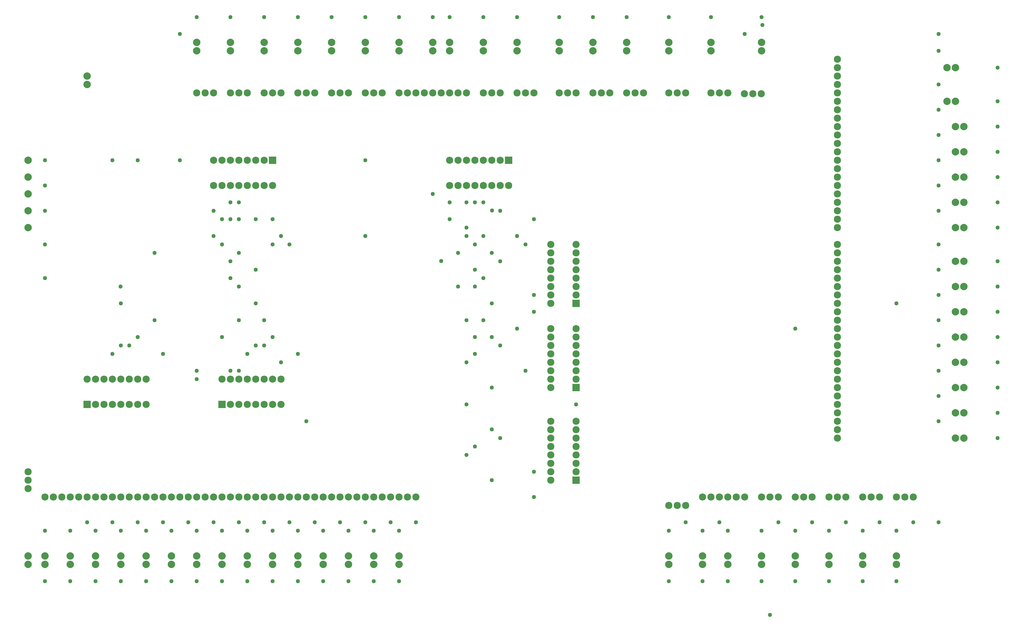
<source format=gbs>
G04 MADE WITH FRITZING*
G04 WWW.FRITZING.ORG*
G04 DOUBLE SIDED*
G04 HOLES PLATED*
G04 CONTOUR ON CENTER OF CONTOUR VECTOR*
%ASAXBY*%
%FSLAX23Y23*%
%MOIN*%
%OFA0B0*%
%SFA1.0B1.0*%
%ADD10C,0.049370*%
%ADD11C,0.088000*%
%ADD12C,0.085000*%
%ADD13R,0.085000X0.085000*%
%LNMASK0*%
G90*
G70*
G54D10*
X5083Y4596D03*
X2482Y4794D03*
X2483Y5093D03*
X3081Y5093D03*
X3282Y4794D03*
X5682Y4694D03*
X1280Y4295D03*
X5282Y4294D03*
X5582Y3894D03*
X5682Y3694D03*
X6082Y3294D03*
X5681Y2596D03*
X5681Y1994D03*
X5782Y2495D03*
X5483Y2394D03*
X5382Y2293D03*
X3481Y2693D03*
X382Y5494D03*
X382Y5794D03*
X382Y4794D03*
X382Y4394D03*
X382Y5194D03*
X4982Y5394D03*
X5684Y5196D03*
X5782Y5194D03*
X6882Y7494D03*
X5482Y3694D03*
X8893Y7402D03*
X2882Y4094D03*
X5682Y4094D03*
X5482Y3494D03*
X3282Y1494D03*
X2982Y1494D03*
X2382Y1494D03*
X11682Y2494D03*
X8882Y7494D03*
X7782Y7494D03*
X7282Y7494D03*
X8282Y7494D03*
X6482Y7494D03*
X9282Y3794D03*
X10482Y4094D03*
X5982Y7494D03*
X5582Y7494D03*
X5182Y7494D03*
X4982Y7494D03*
X4582Y7494D03*
X4182Y7494D03*
X3382Y7494D03*
X2982Y7494D03*
X2582Y7494D03*
X2182Y7494D03*
G54D11*
X682Y1094D03*
X682Y994D03*
X10482Y1094D03*
X10482Y994D03*
X11182Y2494D03*
X11282Y2494D03*
X11182Y2794D03*
X11282Y2794D03*
X11182Y3094D03*
X11282Y3094D03*
X11182Y3394D03*
X11282Y3394D03*
X11182Y3994D03*
X11282Y3994D03*
X11182Y3694D03*
X11282Y3694D03*
X11182Y4294D03*
X11282Y4294D03*
X11182Y4594D03*
X11282Y4594D03*
X11182Y4994D03*
X11282Y4994D03*
X11182Y5294D03*
X11282Y5294D03*
X11182Y5594D03*
X11282Y5594D03*
X11182Y5894D03*
X11282Y5894D03*
X11182Y6194D03*
X11282Y6194D03*
X11082Y6494D03*
X11182Y6494D03*
X11082Y6894D03*
X11182Y6894D03*
X8882Y7094D03*
X8882Y7194D03*
X8282Y7194D03*
X8282Y7094D03*
X7782Y7194D03*
X7782Y7094D03*
X7282Y7194D03*
X7282Y7094D03*
X6882Y7194D03*
X6882Y7094D03*
X6482Y7194D03*
X6482Y7094D03*
X5982Y7194D03*
X5982Y7094D03*
X5582Y7194D03*
X5582Y7094D03*
X5182Y7194D03*
X5182Y7094D03*
X4982Y7194D03*
X4982Y7094D03*
X4582Y7194D03*
X4582Y7094D03*
X882Y6794D03*
X882Y6694D03*
X182Y5794D03*
X182Y5594D03*
X182Y5394D03*
X182Y5194D03*
X182Y4994D03*
X4182Y7194D03*
X4182Y7094D03*
X3782Y7194D03*
X3782Y7094D03*
X3382Y7194D03*
X3382Y7094D03*
X2982Y7194D03*
X2982Y7094D03*
X2582Y7194D03*
X2582Y7094D03*
X2182Y7194D03*
X2182Y7094D03*
X10082Y1094D03*
X10082Y994D03*
X9682Y1094D03*
X9682Y994D03*
X9282Y1094D03*
X9282Y994D03*
X8882Y1094D03*
X8882Y994D03*
X8482Y1094D03*
X8482Y994D03*
X8182Y1094D03*
X8182Y994D03*
X7782Y1094D03*
X7782Y994D03*
X4582Y1094D03*
X4582Y994D03*
X4282Y1094D03*
X4282Y994D03*
X3982Y1094D03*
X3982Y994D03*
X3382Y1094D03*
X3382Y994D03*
X3082Y1094D03*
X3082Y994D03*
X2782Y1094D03*
X2782Y994D03*
X3682Y1094D03*
X3682Y994D03*
X2482Y1094D03*
X2482Y994D03*
X2182Y1094D03*
X2182Y994D03*
X1882Y1094D03*
X1882Y994D03*
X1582Y1094D03*
X1582Y994D03*
X1282Y1094D03*
X1282Y994D03*
X982Y1094D03*
X982Y994D03*
X382Y1094D03*
X382Y994D03*
X182Y1094D03*
X182Y994D03*
G54D10*
X8282Y7494D03*
X11682Y6894D03*
X11682Y6494D03*
X11682Y6194D03*
X11682Y5894D03*
X11682Y5594D03*
X11682Y5294D03*
X11682Y4994D03*
X11682Y4594D03*
X11682Y4294D03*
X11682Y3994D03*
X11682Y3694D03*
X11682Y3394D03*
X11682Y2794D03*
X11682Y3094D03*
X10082Y794D03*
X9682Y794D03*
X9282Y794D03*
X382Y794D03*
X1282Y794D03*
X1582Y794D03*
X1882Y794D03*
X2182Y794D03*
X2482Y794D03*
X2782Y794D03*
X3082Y794D03*
X3382Y794D03*
X3682Y794D03*
X3982Y794D03*
X4282Y794D03*
X4582Y794D03*
X7782Y794D03*
X8182Y794D03*
X8482Y794D03*
X8882Y794D03*
X682Y794D03*
X381Y1394D03*
X682Y1394D03*
X982Y1394D03*
X10482Y1394D03*
X2882Y5094D03*
X3082Y4794D03*
X1482Y5794D03*
X1182Y5794D03*
X2682Y5294D03*
X2682Y5094D03*
X2682Y4694D03*
X2682Y4294D03*
X2582Y5294D03*
X2582Y5094D03*
X2582Y4594D03*
X2582Y4394D03*
X2382Y4894D03*
X3182Y4894D03*
X4182Y5794D03*
X4182Y4894D03*
X5582Y5294D03*
X5582Y4894D03*
X5382Y4894D03*
X5582Y4394D03*
X5382Y3894D03*
X5382Y3394D03*
X6682Y2894D03*
X3382Y3494D03*
X5682Y3094D03*
X3082Y3694D03*
X2482Y3694D03*
X1482Y3694D03*
X2882Y4494D03*
X5482Y5294D03*
X5482Y4294D03*
X5482Y4794D03*
X5482Y4494D03*
X2882Y3594D03*
X1282Y3594D03*
X5382Y5294D03*
X5382Y4994D03*
X1682Y4694D03*
X1682Y3894D03*
X1382Y3594D03*
X2982Y3894D03*
X2682Y3894D03*
X5782Y4594D03*
X5782Y3594D03*
X5182Y5294D03*
X5182Y5094D03*
X6182Y5094D03*
X5982Y4894D03*
X6182Y4194D03*
X6182Y3994D03*
X5382Y2894D03*
X2782Y3494D03*
X2982Y3594D03*
X2682Y3294D03*
X1182Y3494D03*
X2582Y3294D03*
X2182Y3294D03*
X2182Y3194D03*
X6182Y2094D03*
X6182Y1794D03*
G54D12*
X2482Y2894D03*
X2482Y3194D03*
X2582Y2894D03*
X2582Y3194D03*
X2682Y2894D03*
X2682Y3194D03*
X2782Y2894D03*
X2782Y3194D03*
X2882Y2894D03*
X2882Y3194D03*
X2982Y2894D03*
X2982Y3194D03*
X3082Y2894D03*
X3082Y3194D03*
X3182Y2894D03*
X3182Y3194D03*
X6682Y1994D03*
X6382Y1994D03*
X6682Y2094D03*
X6382Y2094D03*
X6682Y2194D03*
X6382Y2194D03*
X6682Y2294D03*
X6382Y2294D03*
X6682Y2394D03*
X6382Y2394D03*
X6682Y2494D03*
X6382Y2494D03*
X6682Y2594D03*
X6382Y2594D03*
X6682Y2694D03*
X6382Y2694D03*
X6682Y3094D03*
X6382Y3094D03*
X6682Y3194D03*
X6382Y3194D03*
X6682Y3294D03*
X6382Y3294D03*
X6682Y3394D03*
X6382Y3394D03*
X6682Y3494D03*
X6382Y3494D03*
X6682Y3594D03*
X6382Y3594D03*
X6682Y3694D03*
X6382Y3694D03*
X6682Y3794D03*
X6382Y3794D03*
X6682Y4094D03*
X6382Y4094D03*
X6682Y4194D03*
X6382Y4194D03*
X6682Y4294D03*
X6382Y4294D03*
X6682Y4394D03*
X6382Y4394D03*
X6682Y4494D03*
X6382Y4494D03*
X6682Y4594D03*
X6382Y4594D03*
X6682Y4694D03*
X6382Y4694D03*
X6682Y4794D03*
X6382Y4794D03*
X5882Y5794D03*
X5882Y5494D03*
X5782Y5794D03*
X5782Y5494D03*
X5682Y5794D03*
X5682Y5494D03*
X5582Y5794D03*
X5582Y5494D03*
X5482Y5794D03*
X5482Y5494D03*
X5382Y5794D03*
X5382Y5494D03*
X5282Y5794D03*
X5282Y5494D03*
X5182Y5794D03*
X5182Y5494D03*
X3082Y5794D03*
X3082Y5494D03*
X2982Y5794D03*
X2982Y5494D03*
X2882Y5794D03*
X2882Y5494D03*
X2782Y5794D03*
X2782Y5494D03*
X2682Y5794D03*
X2682Y5494D03*
X2582Y5794D03*
X2582Y5494D03*
X2482Y5794D03*
X2482Y5494D03*
X2382Y5794D03*
X2382Y5494D03*
G54D10*
X3782Y7494D03*
X8982Y394D03*
X2382Y5194D03*
X6082Y4794D03*
X1282Y4094D03*
X5982Y3794D03*
G54D12*
X882Y2894D03*
X882Y3194D03*
X982Y2894D03*
X982Y3194D03*
X1082Y2894D03*
X1082Y3194D03*
X1182Y2894D03*
X1182Y3194D03*
X1282Y2894D03*
X1282Y3194D03*
X1382Y2894D03*
X1382Y3194D03*
X1482Y2894D03*
X1482Y3194D03*
X1582Y2894D03*
X1582Y3194D03*
G54D10*
X1782Y3494D03*
X3182Y3394D03*
G54D12*
X2482Y1794D03*
X2582Y1794D03*
X2682Y1794D03*
X1882Y1794D03*
X1982Y1794D03*
X2082Y1794D03*
X1582Y1794D03*
X1682Y1794D03*
X1782Y1794D03*
X1282Y1794D03*
X1382Y1794D03*
X1482Y1794D03*
X182Y1894D03*
X182Y1994D03*
X182Y2094D03*
X2182Y1794D03*
X2282Y1794D03*
X2382Y1794D03*
X3982Y1794D03*
X4082Y1794D03*
X4182Y1794D03*
X2782Y1794D03*
X2882Y1794D03*
X2982Y1794D03*
X3082Y1794D03*
X3182Y1794D03*
X3282Y1794D03*
X3682Y1794D03*
X3782Y1794D03*
X3882Y1794D03*
X3382Y1794D03*
X3482Y1794D03*
X3582Y1794D03*
X9782Y6494D03*
X9782Y6594D03*
X9782Y6694D03*
X9782Y6194D03*
X9782Y6294D03*
X9782Y6394D03*
X9782Y5894D03*
X9782Y5994D03*
X9782Y6094D03*
X9782Y5594D03*
X9782Y5694D03*
X9782Y5794D03*
X9782Y5294D03*
X9782Y5394D03*
X9782Y5494D03*
X9782Y4994D03*
X9782Y5094D03*
X9782Y5194D03*
X9782Y4594D03*
X9782Y4694D03*
X9782Y4794D03*
X9782Y4294D03*
X9782Y4394D03*
X9782Y4494D03*
X9782Y6794D03*
X9782Y6894D03*
X9782Y6994D03*
X8878Y6583D03*
X8778Y6583D03*
X8678Y6583D03*
X9782Y3994D03*
X9782Y4094D03*
X9782Y4194D03*
X9782Y3694D03*
X9782Y3794D03*
X9782Y3894D03*
X9782Y3394D03*
X9782Y3494D03*
X9782Y3594D03*
X9782Y3094D03*
X9782Y3194D03*
X9782Y3294D03*
X9782Y2794D03*
X9782Y2894D03*
X9782Y2994D03*
X9782Y2494D03*
X9782Y2594D03*
X9782Y2694D03*
X2982Y6594D03*
X3082Y6594D03*
X3182Y6594D03*
X3382Y6594D03*
X3482Y6594D03*
X3582Y6594D03*
X4182Y6594D03*
X4282Y6594D03*
X4382Y6594D03*
X4582Y6594D03*
X4682Y6594D03*
X4782Y6594D03*
X4882Y6594D03*
X4982Y6594D03*
X5082Y6594D03*
X5182Y6594D03*
X5282Y6594D03*
X5382Y6594D03*
X5582Y6594D03*
X5682Y6594D03*
X5782Y6594D03*
X5982Y6594D03*
X6082Y6594D03*
X6182Y6594D03*
X6482Y6594D03*
X6582Y6594D03*
X6682Y6594D03*
X6882Y6594D03*
X6982Y6594D03*
X7082Y6594D03*
X7282Y6594D03*
X7382Y6594D03*
X7482Y6594D03*
X7782Y6594D03*
X7882Y6594D03*
X7982Y6594D03*
X8282Y6594D03*
X8382Y6594D03*
X8482Y6594D03*
X2582Y6594D03*
X2682Y6594D03*
X2782Y6594D03*
X2182Y6594D03*
X2282Y6594D03*
X2382Y6594D03*
X3782Y6594D03*
X3882Y6594D03*
X3982Y6594D03*
G54D10*
X1982Y5794D03*
X1982Y7294D03*
G54D12*
X4282Y1794D03*
X4382Y1794D03*
X4482Y1794D03*
X982Y1794D03*
X1082Y1794D03*
X1182Y1794D03*
X10482Y1794D03*
X10582Y1794D03*
X10682Y1794D03*
X10082Y1794D03*
X10182Y1794D03*
X10282Y1794D03*
X7782Y1694D03*
X7882Y1694D03*
X7982Y1694D03*
X4582Y1794D03*
X4682Y1794D03*
X4782Y1794D03*
X8882Y1794D03*
X8982Y1794D03*
X9082Y1794D03*
X8182Y1794D03*
X8282Y1794D03*
X8382Y1794D03*
X8482Y1794D03*
X8582Y1794D03*
X8682Y1794D03*
X9282Y1794D03*
X9382Y1794D03*
X9482Y1794D03*
X9682Y1794D03*
X9782Y1794D03*
X9882Y1794D03*
G54D10*
X8682Y7294D03*
X10982Y7094D03*
X10982Y6694D03*
X10982Y6394D03*
X10982Y6094D03*
X10982Y5794D03*
X10982Y5194D03*
X10982Y5494D03*
X10982Y4794D03*
X10982Y4494D03*
X10982Y4194D03*
X10982Y3894D03*
X10982Y3594D03*
X10982Y7294D03*
X10982Y3294D03*
X10982Y2994D03*
X10982Y2694D03*
X10982Y1494D03*
X982Y794D03*
X1282Y1394D03*
X1582Y1394D03*
X1882Y1394D03*
X2182Y1394D03*
X2482Y1394D03*
X2782Y1394D03*
X3082Y1394D03*
X3382Y1394D03*
X3682Y1394D03*
X3982Y1394D03*
X4282Y1394D03*
X4582Y1394D03*
X7782Y1394D03*
X8182Y1394D03*
X8482Y1394D03*
X8882Y1394D03*
X9282Y1394D03*
X9682Y1394D03*
X10082Y1394D03*
X10482Y794D03*
X10682Y1494D03*
X9882Y1494D03*
X9482Y1494D03*
X8382Y1494D03*
X7982Y1494D03*
X4482Y1494D03*
X2682Y1494D03*
X2082Y1494D03*
X1782Y1494D03*
X1482Y1494D03*
X1182Y1494D03*
X3582Y1494D03*
X3882Y1494D03*
X4182Y1494D03*
X4782Y1494D03*
X9082Y1494D03*
X10282Y1494D03*
X5282Y4694D03*
G54D12*
X382Y1794D03*
X482Y1794D03*
X582Y1794D03*
X682Y1794D03*
X782Y1794D03*
X882Y1794D03*
G54D10*
X882Y1494D03*
G54D13*
X2482Y2894D03*
X6682Y1994D03*
X6682Y3094D03*
X6682Y4094D03*
X5882Y5794D03*
X3082Y5794D03*
X882Y2894D03*
G04 End of Mask0*
M02*
</source>
